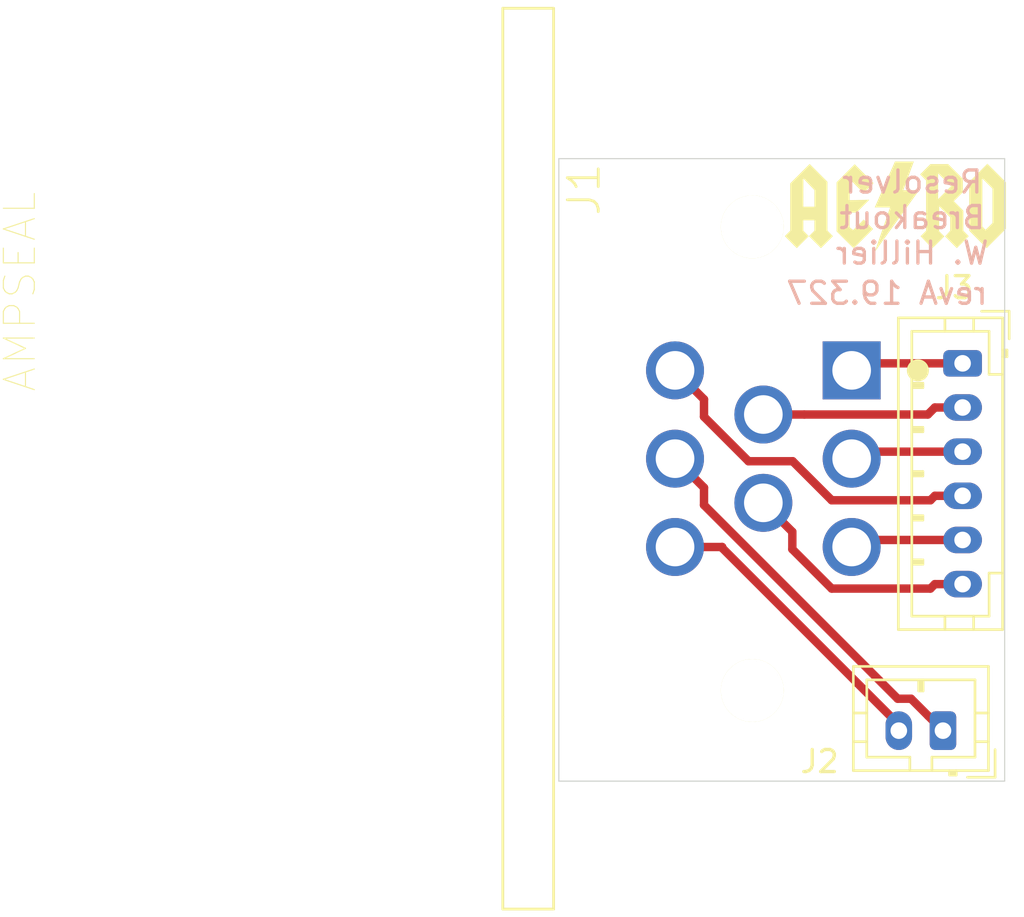
<source format=kicad_pcb>
(kicad_pcb (version 20171130) (host pcbnew 5.1.4-e60b266~84~ubuntu18.04.1)

  (general
    (thickness 1.6)
    (drawings 6)
    (tracks 34)
    (zones 0)
    (modules 4)
    (nets 9)
  )

  (page A4)
  (layers
    (0 F.Cu signal)
    (31 B.Cu signal)
    (32 B.Adhes user)
    (33 F.Adhes user)
    (34 B.Paste user)
    (35 F.Paste user)
    (36 B.SilkS user)
    (37 F.SilkS user)
    (38 B.Mask user)
    (39 F.Mask user)
    (40 Dwgs.User user)
    (41 Cmts.User user)
    (42 Eco1.User user)
    (43 Eco2.User user)
    (44 Edge.Cuts user)
    (45 Margin user)
    (46 B.CrtYd user)
    (47 F.CrtYd user)
    (48 B.Fab user)
    (49 F.Fab user)
  )

  (setup
    (last_trace_width 0.381)
    (trace_clearance 0.381)
    (zone_clearance 0.508)
    (zone_45_only no)
    (trace_min 0.2)
    (via_size 0.8)
    (via_drill 0.4)
    (via_min_size 0.4)
    (via_min_drill 0.3)
    (uvia_size 0.3)
    (uvia_drill 0.1)
    (uvias_allowed no)
    (uvia_min_size 0.2)
    (uvia_min_drill 0.1)
    (edge_width 0.05)
    (segment_width 0.2)
    (pcb_text_width 0.3)
    (pcb_text_size 1.5 1.5)
    (mod_edge_width 0.12)
    (mod_text_size 1 1)
    (mod_text_width 0.15)
    (pad_size 1.524 1.524)
    (pad_drill 0.762)
    (pad_to_mask_clearance 0.051)
    (solder_mask_min_width 0.25)
    (aux_axis_origin 0 0)
    (visible_elements FFFFFF7F)
    (pcbplotparams
      (layerselection 0x010fc_ffffffff)
      (usegerberextensions false)
      (usegerberattributes false)
      (usegerberadvancedattributes false)
      (creategerberjobfile false)
      (excludeedgelayer true)
      (linewidth 0.100000)
      (plotframeref false)
      (viasonmask false)
      (mode 1)
      (useauxorigin false)
      (hpglpennumber 1)
      (hpglpenspeed 20)
      (hpglpendiameter 15.000000)
      (psnegative false)
      (psa4output false)
      (plotreference true)
      (plotvalue true)
      (plotinvisibletext false)
      (padsonsilk false)
      (subtractmaskfromsilk false)
      (outputformat 1)
      (mirror false)
      (drillshape 1)
      (scaleselection 1)
      (outputdirectory ""))
  )

  (net 0 "")
  (net 1 GND)
  (net 2 /SIN+)
  (net 3 /COS-)
  (net 4 /COS+)
  (net 5 /EXC+)
  (net 6 /TEMP-)
  (net 7 /TEMP+)
  (net 8 /SIN-)

  (net_class Default "This is the default net class."
    (clearance 0.381)
    (trace_width 0.381)
    (via_dia 0.8)
    (via_drill 0.4)
    (uvia_dia 0.3)
    (uvia_drill 0.1)
    (add_net /COS+)
    (add_net /COS-)
    (add_net /EXC+)
    (add_net /SIN+)
    (add_net /SIN-)
    (add_net /TEMP+)
    (add_net /TEMP-)
    (add_net GND)
  )

  (module AERO-footprints:AERO_Logo_10x4mm (layer F.Cu) (tedit 0) (tstamp 5DDA6432)
    (at 148.844 67.056)
    (fp_text reference G*** (at 0 0) (layer F.SilkS) hide
      (effects (font (size 1.524 1.524) (thickness 0.3)))
    )
    (fp_text value LOGO (at 0.75 0) (layer F.SilkS) hide
      (effects (font (size 1.524 1.524) (thickness 0.3)))
    )
    (fp_poly (pts (xy 4.590646 -1.503024) (xy 5.010092 -1.084064) (xy 5.010092 1.01413) (xy 4.135758 1.887556)
      (xy 3.745677 1.496968) (xy 3.355597 1.106381) (xy 3.355597 0.91824) (xy 3.938166 0.91824)
      (xy 4.012973 0.995422) (xy 4.087781 1.072604) (xy 4.246001 0.915597) (xy 4.404221 0.758589)
      (xy 4.404221 -0.804819) (xy 4.171193 -1.036973) (xy 3.938166 -1.269126) (xy 3.938166 0.91824)
      (xy 3.355597 0.91824) (xy 3.355597 -1.10738) (xy 3.763398 -1.514682) (xy 4.1712 -1.921985)
      (xy 4.590646 -1.503024)) (layer F.SilkS) (width 0.01))
    (fp_poly (pts (xy 3.052661 -1.246114) (xy 3.052661 -0.641748) (xy 2.645809 -0.233002) (xy 2.860886 -0.017026)
      (xy 3.075964 0.198949) (xy 3.075964 1.105415) (xy 3.197841 1.228826) (xy 3.319719 1.352236)
      (xy 3.051947 1.620008) (xy 2.784175 1.887779) (xy 2.261465 1.363211) (xy 2.491377 1.106881)
      (xy 2.492386 0.803547) (xy 2.493395 0.500214) (xy 2.237065 0.244679) (xy 1.980734 -0.010857)
      (xy 1.980734 1.131935) (xy 2.097505 1.246951) (xy 2.214276 1.361966) (xy 1.952243 1.624744)
      (xy 1.862409 1.713933) (xy 1.783925 1.790151) (xy 1.722682 1.847811) (xy 1.684576 1.881323)
      (xy 1.675144 1.887523) (xy 1.654733 1.87152) (xy 1.608141 1.827324) (xy 1.541156 1.760657)
      (xy 1.459566 1.677241) (xy 1.405051 1.620528) (xy 1.150023 1.353533) (xy 1.274094 1.231003)
      (xy 1.398166 1.108473) (xy 1.398166 -0.314816) (xy 1.934129 -0.314816) (xy 2.231125 -0.611812)
      (xy 2.528121 -0.908807) (xy 1.934129 -1.502799) (xy 1.934129 -0.314816) (xy 1.398166 -0.314816)
      (xy 1.398166 -1.175438) (xy 1.264759 -1.310251) (xy 1.131352 -1.445065) (xy 1.363358 -1.677945)
      (xy 1.595365 -1.910826) (xy 2.389135 -1.910826) (xy 3.052661 -1.246114)) (layer F.SilkS) (width 0.01))
    (fp_poly (pts (xy -1.416608 -1.47486) (xy -0.991063 -1.048849) (xy -1.21171 -0.827281) (xy -1.432356 -0.605713)
      (xy -2.073944 -1.246073) (xy -2.073944 -0.277684) (xy -1.189008 -0.291284) (xy -1.473833 -0.005826)
      (xy -1.758658 0.279633) (xy -2.073944 0.279633) (xy -2.073944 0.953041) (xy -1.990882 1.016396)
      (xy -1.90782 1.07975) (xy -1.432564 0.606112) (xy -1.01212 1.026556) (xy -1.444776 1.457039)
      (xy -1.561006 1.57228) (xy -1.666275 1.675877) (xy -1.75613 1.763512) (xy -1.82612 1.830866)
      (xy -1.871792 1.873621) (xy -1.888568 1.887523) (xy -1.907491 1.871751) (xy -1.954481 1.827522)
      (xy -2.024781 1.759462) (xy -2.113633 1.672199) (xy -2.21628 1.570361) (xy -2.278108 1.508596)
      (xy -2.656513 1.129669) (xy -2.656513 -1.081938) (xy -2.249333 -1.491404) (xy -1.842152 -1.900871)
      (xy -1.416608 -1.47486)) (layer F.SilkS) (width 0.01))
    (fp_poly (pts (xy -3.477698 -1.508623) (xy -3.075963 -1.106395) (xy -3.075963 1.105415) (xy -2.954085 1.228826)
      (xy -2.832208 1.352236) (xy -3.09998 1.620008) (xy -3.367752 1.887779) (xy -3.902032 1.351979)
      (xy -3.658532 1.105415) (xy -3.658532 0.629174) (xy -4.171192 0.629174) (xy -4.171192 1.105415)
      (xy -4.049315 1.228826) (xy -3.927437 1.352236) (xy -4.195209 1.620008) (xy -4.462981 1.887779)
      (xy -4.997261 1.351979) (xy -4.753761 1.105415) (xy -4.753761 0.023303) (xy -4.171192 0.023303)
      (xy -3.658532 0.023303) (xy -3.658532 -0.735332) (xy -3.913681 -1.002666) (xy -4.168831 -1.27)
      (xy -4.170011 -0.623349) (xy -4.171192 0.023303) (xy -4.753761 0.023303) (xy -4.753761 -1.037433)
      (xy -4.316597 -1.474142) (xy -3.879434 -1.910851) (xy -3.477698 -1.508623)) (layer F.SilkS) (width 0.01))
    (fp_poly (pts (xy 0.594221 -1.374862) (xy 0.354968 -0.722385) (xy 0.717059 -0.722385) (xy 0.853644 -0.722106)
      (xy 0.949683 -0.720764) (xy 1.011233 -0.717601) (xy 1.044352 -0.711857) (xy 1.055098 -0.702775)
      (xy 1.049529 -0.689597) (xy 1.04285 -0.681606) (xy 1.024199 -0.657081) (xy 0.981096 -0.598426)
      (xy 0.91624 -0.509389) (xy 0.83233 -0.39372) (xy 0.732061 -0.25517) (xy 0.618134 -0.097489)
      (xy 0.493246 0.075575) (xy 0.360094 0.26027) (xy 0.221378 0.452846) (xy 0.079794 0.649555)
      (xy -0.061959 0.846645) (xy -0.201183 1.040368) (xy -0.33518 1.226972) (xy -0.461252 1.402708)
      (xy -0.576701 1.563827) (xy -0.67883 1.706578) (xy -0.764939 1.827211) (xy -0.832331 1.921976)
      (xy -0.878309 1.987123) (xy -0.900173 2.018903) (xy -0.900652 2.019655) (xy -0.898812 2.007273)
      (xy -0.882983 1.955011) (xy -0.854541 1.86699) (xy -0.814862 1.74733) (xy -0.765324 1.600151)
      (xy -0.707302 1.429575) (xy -0.642173 1.23972) (xy -0.580239 1.060454) (xy -0.509049 0.854915)
      (xy -0.442772 0.663314) (xy -0.382925 0.490054) (xy -0.331024 0.33954) (xy -0.288589 0.216175)
      (xy -0.257135 0.124363) (xy -0.23818 0.068509) (xy -0.233027 0.05261) (xy -0.254981 0.050511)
      (xy -0.315447 0.048732) (xy -0.406333 0.047414) (xy -0.519545 0.046696) (xy -0.579325 0.046605)
      (xy -0.925622 0.046605) (xy -0.665354 -0.541789) (xy -0.583068 -0.727996) (xy -0.494257 -0.929277)
      (xy -0.404488 -1.132995) (xy -0.319327 -1.326516) (xy -0.244339 -1.497202) (xy -0.208576 -1.578762)
      (xy -0.012066 -2.027339) (xy 0.833473 -2.027339) (xy 0.594221 -1.374862)) (layer F.SilkS) (width 0.01))
  )

  (module Connector_TE-AMPSEAL:TE_1-776280-1_8pin_Horizontal (layer F.Cu) (tedit 5DD9F78F) (tstamp 5DDA44C2)
    (at 142.367 78.486 270)
    (path /5DD9EEA5)
    (fp_text reference J1 (at -12.192 7.62 270) (layer F.SilkS)
      (effects (font (size 1.40081 1.40081) (thickness 0.127)))
    )
    (fp_text value AMPSEAL (at -7.56757 33.1663 270) (layer F.SilkS)
      (effects (font (size 1.40234 1.40234) (thickness 0.05)))
    )
    (fp_line (start 20.4 9) (end 20.4 11.3) (layer F.SilkS) (width 0.127))
    (fp_line (start 20.4 11.3) (end 11.7 11.3) (layer F.SilkS) (width 0.127))
    (fp_line (start 11.7 11.3) (end -20.4 11.3) (layer F.SilkS) (width 0.127))
    (fp_line (start -20.4 11.3) (end -20.4 9) (layer F.SilkS) (width 0.127))
    (fp_line (start 20.4 9) (end -20.4 9) (layer F.SilkS) (width 0.127))
    (fp_line (start 20.4 9) (end 20.4 11.3) (layer Eco2.User) (width 0.127))
    (fp_line (start 20.4 11.3) (end 11.7 11.3) (layer Eco2.User) (width 0.127))
    (fp_line (start 11.7 11.3) (end -11.7 11.3) (layer Eco2.User) (width 0.127))
    (fp_line (start -11.7 11.3) (end -20.4 11.3) (layer Eco2.User) (width 0.127))
    (fp_line (start -20.4 11.3) (end -20.4 9) (layer Eco2.User) (width 0.127))
    (fp_line (start 20.4 9) (end -20.4 9) (layer Eco2.User) (width 0.127))
    (fp_line (start -11.7 11.3) (end -11.7 31.35) (layer Eco2.User) (width 0.127))
    (fp_line (start -11.7 31.35) (end 11.7 31.35) (layer Eco2.User) (width 0.127))
    (fp_line (start 11.7 31.35) (end 11.7 11.3) (layer Eco2.User) (width 0.127))
    (fp_text user PCB~EDGE (at -4.00474 8.51007 270) (layer Edge.Cuts)
      (effects (font (size 1 1) (thickness 0.05)))
    )
    (fp_text user PCB~EDGE (at -4.0032 8.5068 270) (layer F.Fab)
      (effects (font (size 1 1) (thickness 0.05)))
    )
    (fp_line (start -11.95 31.6) (end 11.95 31.6) (layer Eco1.User) (width 0.05))
    (fp_line (start 11.95 31.6) (end 11.95 11.55) (layer Eco1.User) (width 0.05))
    (fp_line (start 11.95 11.55) (end 20.75 11.55) (layer Eco1.User) (width 0.05))
    (fp_line (start 20.75 11.55) (end 20.75 -6.8) (layer Eco1.User) (width 0.05))
    (fp_line (start 20.75 -6.8) (end -20.75 -6.8) (layer Eco1.User) (width 0.05))
    (fp_line (start -20.75 -6.8) (end -20.75 11.55) (layer Eco1.User) (width 0.05))
    (fp_line (start -20.75 11.55) (end -11.95 11.55) (layer Eco1.User) (width 0.05))
    (fp_line (start -11.95 11.55) (end -11.95 31.6) (layer Eco1.User) (width 0.05))
    (fp_circle (center -4 -7.5) (end -3.75 -7.5) (layer F.SilkS) (width 0.5))
    (pad 1 thru_hole rect (at -4 -4.5 270) (size 2.625 2.625) (drill 1.75) (layers *.Cu *.Mask)
      (net 1 GND))
    (pad 2 thru_hole circle (at 0 -4.5 270) (size 2.625 2.625) (drill 1.75) (layers *.Cu *.Mask)
      (net 2 /SIN+))
    (pad 3 thru_hole circle (at 4 -4.5 270) (size 2.625 2.625) (drill 1.75) (layers *.Cu *.Mask)
      (net 4 /COS+))
    (pad 4 thru_hole circle (at -2 -0.5 270) (size 2.625 2.625) (drill 1.75) (layers *.Cu *.Mask)
      (net 8 /SIN-))
    (pad 5 thru_hole circle (at 2 -0.5 270) (size 2.625 2.625) (drill 1.75) (layers *.Cu *.Mask)
      (net 5 /EXC+))
    (pad 6 thru_hole circle (at -4 3.5 270) (size 2.625 2.625) (drill 1.75) (layers *.Cu *.Mask)
      (net 3 /COS-))
    (pad 7 thru_hole circle (at 0 3.5 270) (size 2.625 2.625) (drill 1.75) (layers *.Cu *.Mask)
      (net 7 /TEMP+))
    (pad 8 thru_hole circle (at 4 3.5 270) (size 2.625 2.625) (drill 1.75) (layers *.Cu *.Mask)
      (net 6 /TEMP-))
    (pad Hole np_thru_hole circle (at -10.5 0 270) (size 2.85 2.85) (drill 2.85) (layers *.Cu *.Mask F.SilkS))
    (pad Hole np_thru_hole circle (at 10.5 0 270) (size 2.85 2.85) (drill 2.85) (layers *.Cu *.Mask F.SilkS))
    (model ${AERO_3D}/c-1-776280-1-h-3d.stp
      (offset (xyz 0 -31.24199953079223 11.42999982833862))
      (scale (xyz 1 1 1))
      (rotate (xyz -90 0 0))
    )
  )

  (module Connector_JST:JST_PH_B6B-PH-K_1x06_P2.00mm_Vertical (layer F.Cu) (tedit 5B7745C2) (tstamp 5DDA452A)
    (at 151.892 74.168 270)
    (descr "JST PH series connector, B6B-PH-K (http://www.jst-mfg.com/product/pdf/eng/ePH.pdf), generated with kicad-footprint-generator")
    (tags "connector JST PH side entry")
    (path /5DD9FB36)
    (fp_text reference J3 (at -3.429 0.381 180) (layer F.SilkS)
      (effects (font (size 1 1) (thickness 0.15)))
    )
    (fp_text value RESOLVER (at 5 4 90) (layer F.Fab)
      (effects (font (size 1 1) (thickness 0.15)))
    )
    (fp_text user %R (at 5 1.5 90) (layer F.Fab)
      (effects (font (size 1 1) (thickness 0.15)))
    )
    (fp_line (start 12.45 -2.2) (end -2.45 -2.2) (layer F.CrtYd) (width 0.05))
    (fp_line (start 12.45 3.3) (end 12.45 -2.2) (layer F.CrtYd) (width 0.05))
    (fp_line (start -2.45 3.3) (end 12.45 3.3) (layer F.CrtYd) (width 0.05))
    (fp_line (start -2.45 -2.2) (end -2.45 3.3) (layer F.CrtYd) (width 0.05))
    (fp_line (start 11.95 -1.7) (end -1.95 -1.7) (layer F.Fab) (width 0.1))
    (fp_line (start 11.95 2.8) (end 11.95 -1.7) (layer F.Fab) (width 0.1))
    (fp_line (start -1.95 2.8) (end 11.95 2.8) (layer F.Fab) (width 0.1))
    (fp_line (start -1.95 -1.7) (end -1.95 2.8) (layer F.Fab) (width 0.1))
    (fp_line (start -2.36 -2.11) (end -2.36 -0.86) (layer F.Fab) (width 0.1))
    (fp_line (start -1.11 -2.11) (end -2.36 -2.11) (layer F.Fab) (width 0.1))
    (fp_line (start -2.36 -2.11) (end -2.36 -0.86) (layer F.SilkS) (width 0.12))
    (fp_line (start -1.11 -2.11) (end -2.36 -2.11) (layer F.SilkS) (width 0.12))
    (fp_line (start 9 2.3) (end 9 1.8) (layer F.SilkS) (width 0.12))
    (fp_line (start 9.1 1.8) (end 9.1 2.3) (layer F.SilkS) (width 0.12))
    (fp_line (start 8.9 1.8) (end 9.1 1.8) (layer F.SilkS) (width 0.12))
    (fp_line (start 8.9 2.3) (end 8.9 1.8) (layer F.SilkS) (width 0.12))
    (fp_line (start 7 2.3) (end 7 1.8) (layer F.SilkS) (width 0.12))
    (fp_line (start 7.1 1.8) (end 7.1 2.3) (layer F.SilkS) (width 0.12))
    (fp_line (start 6.9 1.8) (end 7.1 1.8) (layer F.SilkS) (width 0.12))
    (fp_line (start 6.9 2.3) (end 6.9 1.8) (layer F.SilkS) (width 0.12))
    (fp_line (start 5 2.3) (end 5 1.8) (layer F.SilkS) (width 0.12))
    (fp_line (start 5.1 1.8) (end 5.1 2.3) (layer F.SilkS) (width 0.12))
    (fp_line (start 4.9 1.8) (end 5.1 1.8) (layer F.SilkS) (width 0.12))
    (fp_line (start 4.9 2.3) (end 4.9 1.8) (layer F.SilkS) (width 0.12))
    (fp_line (start 3 2.3) (end 3 1.8) (layer F.SilkS) (width 0.12))
    (fp_line (start 3.1 1.8) (end 3.1 2.3) (layer F.SilkS) (width 0.12))
    (fp_line (start 2.9 1.8) (end 3.1 1.8) (layer F.SilkS) (width 0.12))
    (fp_line (start 2.9 2.3) (end 2.9 1.8) (layer F.SilkS) (width 0.12))
    (fp_line (start 1 2.3) (end 1 1.8) (layer F.SilkS) (width 0.12))
    (fp_line (start 1.1 1.8) (end 1.1 2.3) (layer F.SilkS) (width 0.12))
    (fp_line (start 0.9 1.8) (end 1.1 1.8) (layer F.SilkS) (width 0.12))
    (fp_line (start 0.9 2.3) (end 0.9 1.8) (layer F.SilkS) (width 0.12))
    (fp_line (start 12.06 0.8) (end 11.45 0.8) (layer F.SilkS) (width 0.12))
    (fp_line (start 12.06 -0.5) (end 11.45 -0.5) (layer F.SilkS) (width 0.12))
    (fp_line (start -2.06 0.8) (end -1.45 0.8) (layer F.SilkS) (width 0.12))
    (fp_line (start -2.06 -0.5) (end -1.45 -0.5) (layer F.SilkS) (width 0.12))
    (fp_line (start 9.5 -1.2) (end 9.5 -1.81) (layer F.SilkS) (width 0.12))
    (fp_line (start 11.45 -1.2) (end 9.5 -1.2) (layer F.SilkS) (width 0.12))
    (fp_line (start 11.45 2.3) (end 11.45 -1.2) (layer F.SilkS) (width 0.12))
    (fp_line (start -1.45 2.3) (end 11.45 2.3) (layer F.SilkS) (width 0.12))
    (fp_line (start -1.45 -1.2) (end -1.45 2.3) (layer F.SilkS) (width 0.12))
    (fp_line (start 0.5 -1.2) (end -1.45 -1.2) (layer F.SilkS) (width 0.12))
    (fp_line (start 0.5 -1.81) (end 0.5 -1.2) (layer F.SilkS) (width 0.12))
    (fp_line (start -0.3 -1.91) (end -0.6 -1.91) (layer F.SilkS) (width 0.12))
    (fp_line (start -0.6 -2.01) (end -0.6 -1.81) (layer F.SilkS) (width 0.12))
    (fp_line (start -0.3 -2.01) (end -0.6 -2.01) (layer F.SilkS) (width 0.12))
    (fp_line (start -0.3 -1.81) (end -0.3 -2.01) (layer F.SilkS) (width 0.12))
    (fp_line (start 12.06 -1.81) (end -2.06 -1.81) (layer F.SilkS) (width 0.12))
    (fp_line (start 12.06 2.91) (end 12.06 -1.81) (layer F.SilkS) (width 0.12))
    (fp_line (start -2.06 2.91) (end 12.06 2.91) (layer F.SilkS) (width 0.12))
    (fp_line (start -2.06 -1.81) (end -2.06 2.91) (layer F.SilkS) (width 0.12))
    (pad 6 thru_hole oval (at 10 0 270) (size 1.2 1.75) (drill 0.75) (layers *.Cu *.Mask)
      (net 5 /EXC+))
    (pad 5 thru_hole oval (at 8 0 270) (size 1.2 1.75) (drill 0.75) (layers *.Cu *.Mask)
      (net 4 /COS+))
    (pad 4 thru_hole oval (at 6 0 270) (size 1.2 1.75) (drill 0.75) (layers *.Cu *.Mask)
      (net 3 /COS-))
    (pad 3 thru_hole oval (at 4 0 270) (size 1.2 1.75) (drill 0.75) (layers *.Cu *.Mask)
      (net 2 /SIN+))
    (pad 2 thru_hole oval (at 2 0 270) (size 1.2 1.75) (drill 0.75) (layers *.Cu *.Mask)
      (net 8 /SIN-))
    (pad 1 thru_hole roundrect (at 0 0 270) (size 1.2 1.75) (drill 0.75) (layers *.Cu *.Mask) (roundrect_rratio 0.208333)
      (net 1 GND))
    (model ${KISYS3DMOD}/Connector_JST.3dshapes/JST_PH_B6B-PH-K_1x06_P2.00mm_Vertical.wrl
      (at (xyz 0 0 0))
      (scale (xyz 1 1 1))
      (rotate (xyz 0 0 0))
    )
  )

  (module Connector_JST:JST_PH_B2B-PH-K_1x02_P2.00mm_Vertical (layer F.Cu) (tedit 5B7745C2) (tstamp 5DDA44EC)
    (at 151.003 90.805 180)
    (descr "JST PH series connector, B2B-PH-K (http://www.jst-mfg.com/product/pdf/eng/ePH.pdf), generated with kicad-footprint-generator")
    (tags "connector JST PH side entry")
    (path /5DDA0FAA)
    (fp_text reference J2 (at 5.588 -1.397) (layer F.SilkS)
      (effects (font (size 1 1) (thickness 0.15)))
    )
    (fp_text value THERMISTOR (at 1 4) (layer F.Fab)
      (effects (font (size 1 1) (thickness 0.15)))
    )
    (fp_text user %R (at 1 1.5) (layer F.Fab)
      (effects (font (size 1 1) (thickness 0.15)))
    )
    (fp_line (start 4.45 -2.2) (end -2.45 -2.2) (layer F.CrtYd) (width 0.05))
    (fp_line (start 4.45 3.3) (end 4.45 -2.2) (layer F.CrtYd) (width 0.05))
    (fp_line (start -2.45 3.3) (end 4.45 3.3) (layer F.CrtYd) (width 0.05))
    (fp_line (start -2.45 -2.2) (end -2.45 3.3) (layer F.CrtYd) (width 0.05))
    (fp_line (start 3.95 -1.7) (end -1.95 -1.7) (layer F.Fab) (width 0.1))
    (fp_line (start 3.95 2.8) (end 3.95 -1.7) (layer F.Fab) (width 0.1))
    (fp_line (start -1.95 2.8) (end 3.95 2.8) (layer F.Fab) (width 0.1))
    (fp_line (start -1.95 -1.7) (end -1.95 2.8) (layer F.Fab) (width 0.1))
    (fp_line (start -2.36 -2.11) (end -2.36 -0.86) (layer F.Fab) (width 0.1))
    (fp_line (start -1.11 -2.11) (end -2.36 -2.11) (layer F.Fab) (width 0.1))
    (fp_line (start -2.36 -2.11) (end -2.36 -0.86) (layer F.SilkS) (width 0.12))
    (fp_line (start -1.11 -2.11) (end -2.36 -2.11) (layer F.SilkS) (width 0.12))
    (fp_line (start 1 2.3) (end 1 1.8) (layer F.SilkS) (width 0.12))
    (fp_line (start 1.1 1.8) (end 1.1 2.3) (layer F.SilkS) (width 0.12))
    (fp_line (start 0.9 1.8) (end 1.1 1.8) (layer F.SilkS) (width 0.12))
    (fp_line (start 0.9 2.3) (end 0.9 1.8) (layer F.SilkS) (width 0.12))
    (fp_line (start 4.06 0.8) (end 3.45 0.8) (layer F.SilkS) (width 0.12))
    (fp_line (start 4.06 -0.5) (end 3.45 -0.5) (layer F.SilkS) (width 0.12))
    (fp_line (start -2.06 0.8) (end -1.45 0.8) (layer F.SilkS) (width 0.12))
    (fp_line (start -2.06 -0.5) (end -1.45 -0.5) (layer F.SilkS) (width 0.12))
    (fp_line (start 1.5 -1.2) (end 1.5 -1.81) (layer F.SilkS) (width 0.12))
    (fp_line (start 3.45 -1.2) (end 1.5 -1.2) (layer F.SilkS) (width 0.12))
    (fp_line (start 3.45 2.3) (end 3.45 -1.2) (layer F.SilkS) (width 0.12))
    (fp_line (start -1.45 2.3) (end 3.45 2.3) (layer F.SilkS) (width 0.12))
    (fp_line (start -1.45 -1.2) (end -1.45 2.3) (layer F.SilkS) (width 0.12))
    (fp_line (start 0.5 -1.2) (end -1.45 -1.2) (layer F.SilkS) (width 0.12))
    (fp_line (start 0.5 -1.81) (end 0.5 -1.2) (layer F.SilkS) (width 0.12))
    (fp_line (start -0.3 -1.91) (end -0.6 -1.91) (layer F.SilkS) (width 0.12))
    (fp_line (start -0.6 -2.01) (end -0.6 -1.81) (layer F.SilkS) (width 0.12))
    (fp_line (start -0.3 -2.01) (end -0.6 -2.01) (layer F.SilkS) (width 0.12))
    (fp_line (start -0.3 -1.81) (end -0.3 -2.01) (layer F.SilkS) (width 0.12))
    (fp_line (start 4.06 -1.81) (end -2.06 -1.81) (layer F.SilkS) (width 0.12))
    (fp_line (start 4.06 2.91) (end 4.06 -1.81) (layer F.SilkS) (width 0.12))
    (fp_line (start -2.06 2.91) (end 4.06 2.91) (layer F.SilkS) (width 0.12))
    (fp_line (start -2.06 -1.81) (end -2.06 2.91) (layer F.SilkS) (width 0.12))
    (pad 2 thru_hole oval (at 2 0 180) (size 1.2 1.75) (drill 0.75) (layers *.Cu *.Mask)
      (net 6 /TEMP-))
    (pad 1 thru_hole roundrect (at 0 0 180) (size 1.2 1.75) (drill 0.75) (layers *.Cu *.Mask) (roundrect_rratio 0.208333)
      (net 7 /TEMP+))
    (model ${KISYS3DMOD}/Connector_JST.3dshapes/JST_PH_B2B-PH-K_1x02_P2.00mm_Vertical.wrl
      (at (xyz 0 0 0))
      (scale (xyz 1 1 1))
      (rotate (xyz 0 0 0))
    )
  )

  (gr_text "revA 19.327" (at 148.463 70.993) (layer B.SilkS) (tstamp 5DDA653A)
    (effects (font (size 1 1) (thickness 0.15)) (justify mirror))
  )
  (gr_text "Resolver\nBreakout\nW. Hillier" (at 149.606 67.564) (layer B.SilkS)
    (effects (font (size 1 1) (thickness 0.15)) (justify mirror))
  )
  (gr_line (start 133.604 93.091) (end 153.797 93.091) (layer Edge.Cuts) (width 0.05) (tstamp 5DDA5D71))
  (gr_line (start 133.604 64.897) (end 133.604 93.091) (layer Edge.Cuts) (width 0.05))
  (gr_line (start 153.797 64.897) (end 133.604 64.897) (layer Edge.Cuts) (width 0.05))
  (gr_line (start 153.797 93.091) (end 153.797 64.897) (layer Edge.Cuts) (width 0.05))

  (segment (start 147.185 74.168) (end 146.867 74.486) (width 0.381) (layer F.Cu) (net 1))
  (segment (start 151.892 74.168) (end 147.185 74.168) (width 0.381) (layer F.Cu) (net 1))
  (segment (start 147.185 78.168) (end 146.867 78.486) (width 0.381) (layer F.Cu) (net 2))
  (segment (start 151.892 78.168) (end 147.185 78.168) (width 0.381) (layer F.Cu) (net 2))
  (segment (start 150.636 80.168) (end 151.892 80.168) (width 0.381) (layer F.Cu) (net 3))
  (segment (start 150.433999 80.370001) (end 150.636 80.168) (width 0.381) (layer F.Cu) (net 3))
  (segment (start 145.962679 80.370001) (end 150.433999 80.370001) (width 0.381) (layer F.Cu) (net 3))
  (segment (start 144.194677 78.601999) (end 145.962679 80.370001) (width 0.381) (layer F.Cu) (net 3))
  (segment (start 142.194677 78.601999) (end 144.194677 78.601999) (width 0.381) (layer F.Cu) (net 3))
  (segment (start 140.179499 76.586821) (end 142.194677 78.601999) (width 0.381) (layer F.Cu) (net 3))
  (segment (start 140.179499 75.798499) (end 140.179499 76.586821) (width 0.381) (layer F.Cu) (net 3))
  (segment (start 138.867 74.486) (end 140.179499 75.798499) (width 0.381) (layer F.Cu) (net 3))
  (segment (start 147.185 82.168) (end 146.867 82.486) (width 0.381) (layer F.Cu) (net 4))
  (segment (start 151.892 82.168) (end 147.185 82.168) (width 0.381) (layer F.Cu) (net 4))
  (segment (start 145.962679 84.370001) (end 144.179499 82.586821) (width 0.381) (layer F.Cu) (net 5))
  (segment (start 150.433999 84.370001) (end 145.962679 84.370001) (width 0.381) (layer F.Cu) (net 5))
  (segment (start 150.636 84.168) (end 150.433999 84.370001) (width 0.381) (layer F.Cu) (net 5))
  (segment (start 144.179499 81.798499) (end 142.867 80.486) (width 0.381) (layer F.Cu) (net 5))
  (segment (start 144.179499 82.586821) (end 144.179499 81.798499) (width 0.381) (layer F.Cu) (net 5))
  (segment (start 151.892 84.168) (end 150.636 84.168) (width 0.381) (layer F.Cu) (net 5))
  (segment (start 138.867 82.486) (end 141.001034 82.486) (width 0.381) (layer F.Cu) (net 6))
  (segment (start 141.001034 82.528034) (end 149.003 90.53) (width 0.381) (layer F.Cu) (net 6))
  (segment (start 149.003 90.53) (end 149.003 90.805) (width 0.381) (layer F.Cu) (net 6))
  (segment (start 141.001034 82.486) (end 141.001034 82.528034) (width 0.381) (layer F.Cu) (net 6))
  (segment (start 149.55649 89.35849) (end 150.33229 90.13429) (width 0.381) (layer F.Cu) (net 7))
  (segment (start 150.33229 90.13429) (end 151.003 90.805) (width 0.381) (layer F.Cu) (net 7))
  (segment (start 148.951168 89.35849) (end 149.55649 89.35849) (width 0.381) (layer F.Cu) (net 7))
  (segment (start 140.179499 80.586821) (end 148.951168 89.35849) (width 0.381) (layer F.Cu) (net 7))
  (segment (start 140.179499 79.798499) (end 140.179499 80.586821) (width 0.381) (layer F.Cu) (net 7))
  (segment (start 138.867 78.486) (end 140.179499 79.798499) (width 0.381) (layer F.Cu) (net 7))
  (segment (start 144.723155 76.486) (end 142.867 76.486) (width 0.381) (layer F.Cu) (net 8))
  (segment (start 150.318 76.486) (end 144.723155 76.486) (width 0.381) (layer F.Cu) (net 8))
  (segment (start 150.636 76.168) (end 150.318 76.486) (width 0.381) (layer F.Cu) (net 8))
  (segment (start 151.892 76.168) (end 150.636 76.168) (width 0.381) (layer F.Cu) (net 8))

)

</source>
